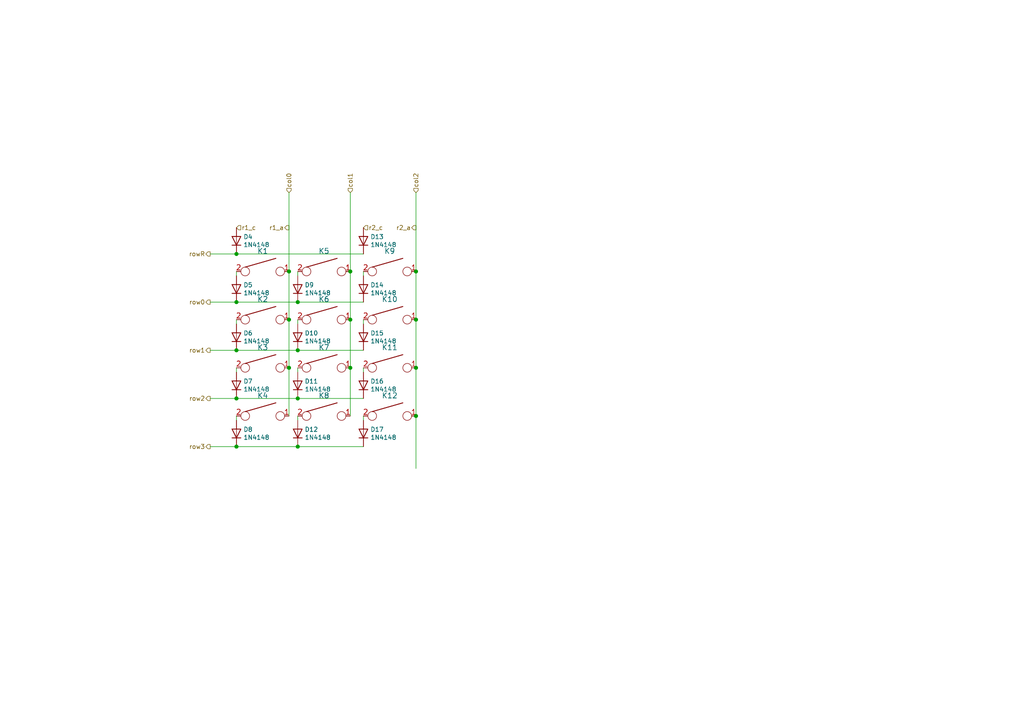
<source format=kicad_sch>
(kicad_sch (version 20210126) (generator eeschema)
  (paper "A4")
  (lib_symbols
    (symbol "Diode:1N4148" (pin_numbers hide) (pin_names (offset 1.016) hide)
      (property "Reference" "D" (at 0 2.54 0))
      (property "Value" "1N4148" (at 0 -2.54 0))
      (symbol "1N4148_0_1"
        (polyline (pts (xy -1.27 1.27) (xy -1.27 -1.27)) (stroke (width 0.254)))
        (polyline (pts (xy 1.27 0) (xy -1.27 0)))
        (polyline (pts (xy 1.27 1.27) (xy 1.27 -1.27) (xy -1.27 0) (xy 1.27 1.27)) (stroke (width 0.254)))
      )
      (symbol "1N4148_1_1"
        (pin passive line (at -3.81 0 0) (length 2.54) (name "K") (number "1"))
        (pin passive line (at 3.81 0 180) (length 2.54) (name "A") (number "2"))
      )
    )
    (symbol "Keyboard_Parts:KEYSW" (pin_names (offset 1.016))
      (property "Reference" "K?" (at -1.27 0 0))
      (symbol "KEYSW_0_1"
        (circle (center -5.08 0) (radius 1.27))
        (circle (center 5.08 0) (radius 1.27))
        (polyline (pts (xy -5.08 1.27) (xy 3.81 3.81)) (stroke (width 0.254)))
      )
      (symbol "KEYSW_1_1"
        (pin passive line (at 7.62 0 180) (length 1.27) (name "~") (number "1"))
        (pin passive line (at -7.62 0 0) (length 1.27) (name "~") (number "2"))
      )
    )
  )
  (junction (at 68.58 73.66) (diameter 1.016))
  (junction (at 68.58 87.63) (diameter 1.016))
  (junction (at 68.58 101.6) (diameter 1.016))
  (junction (at 68.58 115.57) (diameter 1.016))
  (junction (at 68.58 129.54) (diameter 1.016))
  (junction (at 83.82 78.74) (diameter 1.016))
  (junction (at 83.82 92.71) (diameter 1.016))
  (junction (at 83.82 106.68) (diameter 1.016))
  (junction (at 86.36 87.63) (diameter 1.016))
  (junction (at 86.36 101.6) (diameter 1.016))
  (junction (at 86.36 115.57) (diameter 1.016))
  (junction (at 86.36 129.54) (diameter 1.016))
  (junction (at 101.6 78.74) (diameter 1.016))
  (junction (at 101.6 92.71) (diameter 1.016))
  (junction (at 101.6 106.68) (diameter 1.016))
  (junction (at 120.65 78.74) (diameter 1.016))
  (junction (at 120.65 92.71) (diameter 1.016))
  (junction (at 120.65 106.68) (diameter 1.016))
  (junction (at 120.65 120.65) (diameter 1.016))
  (wire (pts (xy 60.96 73.66) (xy 68.58 73.66)))
  (wire (pts (xy 60.96 87.63) (xy 68.58 87.63)))
  (wire (pts (xy 60.96 101.6) (xy 68.58 101.6)))
  (wire (pts (xy 60.96 115.57) (xy 68.58 115.57)))
  (wire (pts (xy 60.96 129.54) (xy 68.58 129.54)))
  (wire (pts (xy 68.58 73.66) (xy 105.41 73.66)))
  (wire (pts (xy 68.58 78.74) (xy 68.58 80.01)))
  (wire (pts (xy 68.58 87.63) (xy 86.36 87.63)))
  (wire (pts (xy 68.58 92.71) (xy 68.58 93.98)))
  (wire (pts (xy 68.58 101.6) (xy 86.36 101.6)))
  (wire (pts (xy 68.58 106.68) (xy 68.58 107.95)))
  (wire (pts (xy 68.58 115.57) (xy 86.36 115.57)))
  (wire (pts (xy 68.58 120.65) (xy 68.58 121.92)))
  (wire (pts (xy 68.58 129.54) (xy 86.36 129.54)))
  (wire (pts (xy 83.82 55.88) (xy 83.82 78.74)))
  (wire (pts (xy 83.82 78.74) (xy 83.82 92.71)))
  (wire (pts (xy 83.82 92.71) (xy 83.82 106.68)))
  (wire (pts (xy 83.82 106.68) (xy 83.82 120.65)))
  (wire (pts (xy 86.36 78.74) (xy 86.36 80.01)))
  (wire (pts (xy 86.36 92.71) (xy 86.36 93.98)))
  (wire (pts (xy 86.36 101.6) (xy 105.41 101.6)))
  (wire (pts (xy 86.36 106.68) (xy 86.36 107.95)))
  (wire (pts (xy 86.36 115.57) (xy 105.41 115.57)))
  (wire (pts (xy 86.36 120.65) (xy 86.36 121.92)))
  (wire (pts (xy 86.36 129.54) (xy 105.41 129.54)))
  (wire (pts (xy 101.6 55.88) (xy 101.6 78.74)))
  (wire (pts (xy 101.6 78.74) (xy 101.6 92.71)))
  (wire (pts (xy 101.6 92.71) (xy 101.6 106.68)))
  (wire (pts (xy 101.6 106.68) (xy 101.6 120.65)))
  (wire (pts (xy 105.41 78.74) (xy 105.41 80.01)))
  (wire (pts (xy 105.41 87.63) (xy 86.36 87.63)))
  (wire (pts (xy 105.41 92.71) (xy 105.41 93.98)))
  (wire (pts (xy 105.41 106.68) (xy 105.41 107.95)))
  (wire (pts (xy 105.41 120.65) (xy 105.41 121.92)))
  (wire (pts (xy 120.65 55.88) (xy 120.65 78.74)))
  (wire (pts (xy 120.65 78.74) (xy 120.65 92.71)))
  (wire (pts (xy 120.65 92.71) (xy 120.65 106.68)))
  (wire (pts (xy 120.65 106.68) (xy 120.65 120.65)))
  (wire (pts (xy 120.65 120.65) (xy 120.65 135.89)))
  (hierarchical_label "rowR" (shape output) (at 60.96 73.66 180))
  (hierarchical_label "row0" (shape output) (at 60.96 87.63 180))
  (hierarchical_label "row1" (shape output) (at 60.96 101.6 180))
  (hierarchical_label "row2" (shape output) (at 60.96 115.57 180))
  (hierarchical_label "row3" (shape output) (at 60.96 129.54 180))
  (hierarchical_label "r1_c" (shape input) (at 68.58 66.04 0))
  (hierarchical_label "col0" (shape input) (at 83.82 55.88 90))
  (hierarchical_label "r1_a" (shape output) (at 83.82 66.04 180))
  (hierarchical_label "col1" (shape input) (at 101.6 55.88 90))
  (hierarchical_label "r2_c" (shape input) (at 105.41 66.04 0))
  (hierarchical_label "col2" (shape input) (at 120.65 55.88 90))
  (hierarchical_label "r2_a" (shape output) (at 120.65 66.04 180))
  (symbol (lib_id "Diode:1N4148") (at 68.58 69.85 90) (unit 1)
    (property "Reference" "D4" (at 70.5866 68.6816 90) (effects (justify right)))
    (property "Value" "1N4148" (at 70.5866 70.993 90) (effects (justify right)))
    (property "Footprint" "Diode_SMD:D_SOD-123" (effects hide))
    (property "Datasheet" "https://assets.nexperia.com/documents/data-sheet/1N4148_1N4448.pdf" (effects hide))
  )
  (symbol (lib_id "Diode:1N4148") (at 68.58 83.82 90) (unit 1)
    (property "Reference" "D5" (at 70.5866 82.6516 90) (effects (justify right)))
    (property "Value" "1N4148" (at 70.5866 84.963 90) (effects (justify right)))
    (property "Footprint" "Diode_SMD:D_SOD-123" (effects hide))
    (property "Datasheet" "https://assets.nexperia.com/documents/data-sheet/1N4148_1N4448.pdf" (effects hide))
  )
  (symbol (lib_id "Diode:1N4148") (at 68.58 97.79 90) (unit 1)
    (property "Reference" "D6" (at 70.5866 96.6216 90) (effects (justify right)))
    (property "Value" "1N4148" (at 70.5866 98.933 90) (effects (justify right)))
    (property "Footprint" "Diode_SMD:D_SOD-123" (effects hide))
    (property "Datasheet" "https://assets.nexperia.com/documents/data-sheet/1N4148_1N4448.pdf" (effects hide))
  )
  (symbol (lib_id "Diode:1N4148") (at 68.58 111.76 90) (unit 1)
    (property "Reference" "D7" (at 70.5866 110.5916 90) (effects (justify right)))
    (property "Value" "1N4148" (at 70.5866 112.903 90) (effects (justify right)))
    (property "Footprint" "Diode_SMD:D_SOD-123" (effects hide))
    (property "Datasheet" "https://assets.nexperia.com/documents/data-sheet/1N4148_1N4448.pdf" (effects hide))
  )
  (symbol (lib_id "Diode:1N4148") (at 68.58 125.73 90) (unit 1)
    (property "Reference" "D8" (at 70.5866 124.5616 90) (effects (justify right)))
    (property "Value" "1N4148" (at 70.5866 126.873 90) (effects (justify right)))
    (property "Footprint" "Diode_SMD:D_SOD-123" (effects hide))
    (property "Datasheet" "https://assets.nexperia.com/documents/data-sheet/1N4148_1N4448.pdf" (effects hide))
  )
  (symbol (lib_id "Diode:1N4148") (at 86.36 83.82 90) (unit 1)
    (property "Reference" "D9" (at 88.3666 82.6516 90) (effects (justify right)))
    (property "Value" "1N4148" (at 88.3666 84.963 90) (effects (justify right)))
    (property "Footprint" "Diode_SMD:D_SOD-123" (effects hide))
    (property "Datasheet" "https://assets.nexperia.com/documents/data-sheet/1N4148_1N4448.pdf" (effects hide))
  )
  (symbol (lib_id "Diode:1N4148") (at 86.36 97.79 90) (unit 1)
    (property "Reference" "D10" (at 88.3666 96.6216 90) (effects (justify right)))
    (property "Value" "1N4148" (at 88.3666 98.933 90) (effects (justify right)))
    (property "Footprint" "Diode_SMD:D_SOD-123" (effects hide))
    (property "Datasheet" "https://assets.nexperia.com/documents/data-sheet/1N4148_1N4448.pdf" (effects hide))
  )
  (symbol (lib_id "Diode:1N4148") (at 86.36 111.76 90) (unit 1)
    (property "Reference" "D11" (at 88.3666 110.5916 90) (effects (justify right)))
    (property "Value" "1N4148" (at 88.3666 112.903 90) (effects (justify right)))
    (property "Footprint" "Diode_SMD:D_SOD-123" (effects hide))
    (property "Datasheet" "https://assets.nexperia.com/documents/data-sheet/1N4148_1N4448.pdf" (effects hide))
  )
  (symbol (lib_id "Diode:1N4148") (at 86.36 125.73 90) (unit 1)
    (property "Reference" "D12" (at 88.3666 124.5616 90) (effects (justify right)))
    (property "Value" "1N4148" (at 88.3666 126.873 90) (effects (justify right)))
    (property "Footprint" "Diode_SMD:D_SOD-123" (effects hide))
    (property "Datasheet" "https://assets.nexperia.com/documents/data-sheet/1N4148_1N4448.pdf" (effects hide))
  )
  (symbol (lib_id "Diode:1N4148") (at 105.41 69.85 90) (unit 1)
    (property "Reference" "D13" (at 107.4166 68.6816 90) (effects (justify right)))
    (property "Value" "1N4148" (at 107.4166 70.993 90) (effects (justify right)))
    (property "Footprint" "Diode_SMD:D_SOD-123" (effects hide))
    (property "Datasheet" "https://assets.nexperia.com/documents/data-sheet/1N4148_1N4448.pdf" (effects hide))
  )
  (symbol (lib_id "Diode:1N4148") (at 105.41 83.82 90) (unit 1)
    (property "Reference" "D14" (at 107.4166 82.6516 90) (effects (justify right)))
    (property "Value" "1N4148" (at 107.4166 84.963 90) (effects (justify right)))
    (property "Footprint" "Diode_SMD:D_SOD-123" (effects hide))
    (property "Datasheet" "https://assets.nexperia.com/documents/data-sheet/1N4148_1N4448.pdf" (effects hide))
  )
  (symbol (lib_id "Diode:1N4148") (at 105.41 97.79 90) (unit 1)
    (property "Reference" "D15" (at 107.4166 96.6216 90) (effects (justify right)))
    (property "Value" "1N4148" (at 107.4166 98.933 90) (effects (justify right)))
    (property "Footprint" "Diode_SMD:D_SOD-123" (effects hide))
    (property "Datasheet" "https://assets.nexperia.com/documents/data-sheet/1N4148_1N4448.pdf" (effects hide))
  )
  (symbol (lib_id "Diode:1N4148") (at 105.41 111.76 90) (unit 1)
    (property "Reference" "D16" (at 107.4166 110.5916 90) (effects (justify right)))
    (property "Value" "1N4148" (at 107.4166 112.903 90) (effects (justify right)))
    (property "Footprint" "Diode_SMD:D_SOD-123" (effects hide))
    (property "Datasheet" "https://assets.nexperia.com/documents/data-sheet/1N4148_1N4448.pdf" (effects hide))
  )
  (symbol (lib_id "Diode:1N4148") (at 105.41 125.73 90) (unit 1)
    (property "Reference" "D17" (at 107.4166 124.5616 90) (effects (justify right)))
    (property "Value" "1N4148" (at 107.4166 126.873 90) (effects (justify right)))
    (property "Footprint" "Diode_SMD:D_SOD-123" (effects hide))
    (property "Datasheet" "https://assets.nexperia.com/documents/data-sheet/1N4148_1N4448.pdf" (effects hide))
  )
  (symbol (lib_id "Keyboard_Parts:KEYSW") (at 76.2 78.74 0) (unit 1)
    (property "Reference" "K1" (at 76.2 72.8218 0) (effects (font (size 1.524 1.524))))
    (property "Value" "KEYSW" (effects hide))
    (property "Footprint" "keyswitches:Kailh_socket_MX_optional_1u" (effects hide))
  )
  (symbol (lib_id "Keyboard_Parts:KEYSW") (at 76.2 92.71 0) (unit 1)
    (property "Reference" "K2" (at 76.2 86.7918 0) (effects (font (size 1.524 1.524))))
    (property "Value" "KEYSW" (effects hide))
    (property "Footprint" "keyswitches:Kailh_socket_MX_optional_1u" (effects hide))
  )
  (symbol (lib_id "Keyboard_Parts:KEYSW") (at 76.2 106.68 0) (unit 1)
    (property "Reference" "K3" (at 76.2 100.7618 0) (effects (font (size 1.524 1.524))))
    (property "Value" "KEYSW" (effects hide))
    (property "Footprint" "keyswitches:Kailh_socket_MX_optional_1u" (effects hide))
  )
  (symbol (lib_id "Keyboard_Parts:KEYSW") (at 76.2 120.65 0) (unit 1)
    (property "Reference" "K4" (at 76.2 114.7318 0) (effects (font (size 1.524 1.524))))
    (property "Value" "KEYSW" (effects hide))
    (property "Footprint" "keyswitches:Kailh_socket_MX_optional_1u" (effects hide))
  )
  (symbol (lib_id "Keyboard_Parts:KEYSW") (at 93.98 78.74 0) (unit 1)
    (property "Reference" "K5" (at 93.98 72.8218 0) (effects (font (size 1.524 1.524))))
    (property "Value" "KEYSW" (effects hide))
    (property "Footprint" "keyswitches:Kailh_socket_MX_optional_1u" (effects hide))
  )
  (symbol (lib_id "Keyboard_Parts:KEYSW") (at 93.98 92.71 0) (unit 1)
    (property "Reference" "K6" (at 93.98 86.7918 0) (effects (font (size 1.524 1.524))))
    (property "Value" "KEYSW" (effects hide))
    (property "Footprint" "keyswitches:Kailh_socket_MX_optional_1u" (effects hide))
  )
  (symbol (lib_id "Keyboard_Parts:KEYSW") (at 93.98 106.68 0) (unit 1)
    (property "Reference" "K7" (at 93.98 100.7618 0) (effects (font (size 1.524 1.524))))
    (property "Value" "KEYSW" (effects hide))
    (property "Footprint" "keyswitches:Kailh_socket_MX_optional_1u" (effects hide))
  )
  (symbol (lib_id "Keyboard_Parts:KEYSW") (at 93.98 120.65 0) (unit 1)
    (property "Reference" "K8" (at 93.98 114.7318 0) (effects (font (size 1.524 1.524))))
    (property "Value" "KEYSW" (effects hide))
    (property "Footprint" "keyswitches:Kailh_socket_MX_optional_1u" (effects hide))
  )
  (symbol (lib_id "Keyboard_Parts:KEYSW") (at 113.03 78.74 0) (unit 1)
    (property "Reference" "K9" (at 113.03 72.8218 0) (effects (font (size 1.524 1.524))))
    (property "Value" "KEYSW" (effects hide))
    (property "Footprint" "keyswitches:Kailh_socket_MX_optional_1u" (effects hide))
  )
  (symbol (lib_id "Keyboard_Parts:KEYSW") (at 113.03 92.71 0) (unit 1)
    (property "Reference" "K10" (at 113.03 86.7918 0) (effects (font (size 1.524 1.524))))
    (property "Value" "KEYSW" (effects hide))
    (property "Footprint" "keyswitches:Kailh_socket_MX_optional_1u" (effects hide))
  )
  (symbol (lib_id "Keyboard_Parts:KEYSW") (at 113.03 106.68 0) (unit 1)
    (property "Reference" "K11" (at 113.03 100.7618 0) (effects (font (size 1.524 1.524))))
    (property "Value" "KEYSW" (effects hide))
    (property "Footprint" "keyswitches:Kailh_socket_MX_optional_1u" (effects hide))
  )
  (symbol (lib_id "Keyboard_Parts:KEYSW") (at 113.03 120.65 0) (unit 1)
    (property "Reference" "K12" (at 113.03 114.7318 0) (effects (font (size 1.524 1.524))))
    (property "Value" "KEYSW" (effects hide))
    (property "Footprint" "keyswitches:Kailh_socket_MX_optional_1u" (effects hide))
  )
)
</source>
